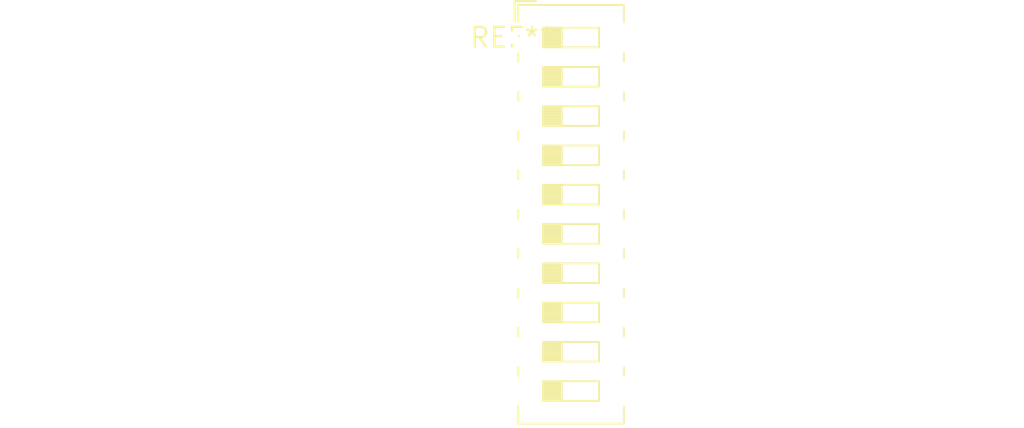
<source format=kicad_pcb>
(kicad_pcb (version 20240108) (generator pcbnew)
  (layers (0 "F.Cu" signal) (31 "B.Cu" signal) (34 "B.Paste" user) (35 "F.Paste" user) (36 "B.SilkS" user "B.Silkscreen") (37 "F.SilkS" user "F.Silkscreen") (38 "B.Mask" user) (39 "F.Mask" user) (44 "Edge.Cuts" user))
  (net 0 "")
  (footprint "SW_DIP_SPSTx10_Slide_6.7x26.96mm_W7.62mm_P2.54mm_LowProfile" (layer "F.Cu") (at 0 0)
    (property "Reference" "REF**")
    (property "Value" "SW_DIP_SPSTx10_Slide_6.7x26.96mm_W7.62mm_P2.54mm_LowProfile")
    (fp_line (start 0.16 -2.35) (end 0.16 -1.04) (layer "F.SilkS") (stroke (width 0.12)))
    (fp_line (start 0.16 -2.35) (end 1.543 -2.35) (layer "F.SilkS") (stroke (width 0.12)))
    (fp_line (start 0.4 -2.11) (end 0.4 -1.04) (layer "F.SilkS") (stroke (width 0.12)))
    (fp_line (start 0.4 -2.11) (end 7.221 -2.11) (layer "F.SilkS") (stroke (width 0.12)))
    (fp_line (start 0.4 1.04) (end 0.4 1.551) (layer "F.SilkS") (stroke (width 0.12)))
    (fp_line (start 0.4 3.53) (end 0.4 4.091) (layer "F.SilkS") (stroke (width 0.12)))
    (fp_line (start 0.4 6.07) (end 0.4 6.631) (layer "F.SilkS") (stroke (width 0.12)))
    (fp_line (start 0.4 8.61) (end 0.4 9.17) (layer "F.SilkS") (stroke (width 0.12)))
    (fp_line (start 0.4 11.15) (end 0.4 11.71) (layer "F.SilkS") (stroke (width 0.12)))
    (fp_line (start 0.4 13.69) (end 0.4 14.25) (layer "F.SilkS") (stroke (width 0.12)))
    (fp_line (start 0.4 16.23) (end 0.4 16.79) (layer "F.SilkS") (stroke (width 0.12)))
    (fp_line (start 0.4 18.77) (end 0.4 19.33) (layer "F.SilkS") (stroke (width 0.12)))
    (fp_line (start 0.4 21.31) (end 0.4 21.87) (layer "F.SilkS") (stroke (width 0.12)))
    (fp_line (start 0.4 23.85) (end 0.4 24.971) (layer "F.SilkS") (stroke (width 0.12)))
    (fp_line (start 0.4 24.971) (end 7.221 24.971) (layer "F.SilkS") (stroke (width 0.12)))
    (fp_line (start 2 -0.635) (end 2 0.635) (layer "F.SilkS") (stroke (width 0.12)))
    (fp_line (start 2 -0.515) (end 3.206667 -0.515) (layer "F.SilkS") (stroke (width 0.12)))
    (fp_line (start 2 -0.395) (end 3.206667 -0.395) (layer "F.SilkS") (stroke (width 0.12)))
    (fp_line (start 2 -0.275) (end 3.206667 -0.275) (layer "F.SilkS") (stroke (width 0.12)))
    (fp_line (start 2 -0.155) (end 3.206667 -0.155) (layer "F.SilkS") (stroke (width 0.12)))
    (fp_line (start 2 -0.035) (end 3.206667 -0.035) (layer "F.SilkS") (stroke (width 0.12)))
    (fp_line (start 2 0.085) (end 3.206667 0.085) (layer "F.SilkS") (stroke (width 0.12)))
    (fp_line (start 2 0.205) (end 3.206667 0.205) (layer "F.SilkS") (stroke (width 0.12)))
    (fp_line (start 2 0.325) (end 3.206667 0.325) (layer "F.SilkS") (stroke (width 0.12)))
    (fp_line (start 2 0.445) (end 3.206667 0.445) (layer "F.SilkS") (stroke (width 0.12)))
    (fp_line (start 2 0.565) (end 3.206667 0.565) (layer "F.SilkS") (stroke (width 0.12)))
    (fp_line (start 2 0.635) (end 5.62 0.635) (layer "F.SilkS") (stroke (width 0.12)))
    (fp_line (start 2 1.905) (end 2 3.175) (layer "F.SilkS") (stroke (width 0.12)))
    (fp_line (start 2 2.025) (end 3.206667 2.025) (layer "F.SilkS") (stroke (width 0.12)))
    (fp_line (start 2 2.145) (end 3.206667 2.145) (layer "F.SilkS") (stroke (width 0.12)))
    (fp_line (start 2 2.265) (end 3.206667 2.265) (layer "F.SilkS") (stroke (width 0.12)))
    (fp_line (start 2 2.385) (end 3.206667 2.385) (layer "F.SilkS") (stroke (width 0.12)))
    (fp_line (start 2 2.505) (end 3.206667 2.505) (layer "F.SilkS") (stroke (width 0.12)))
    (fp_line (start 2 2.625) (end 3.206667 2.625) (layer "F.SilkS") (stroke (width 0.12)))
    (fp_line (start 2 2.745) (end 3.206667 2.745) (layer "F.SilkS") (stroke (width 0.12)))
    (fp_line (start 2 2.865) (end 3.206667 2.865) (layer "F.SilkS") (stroke (width 0.12)))
    (fp_line (start 2 2.985) (end 3.206667 2.985) (layer "F.SilkS") (stroke (width 0.12)))
    (fp_line (start 2 3.105) (end 3.206667 3.105) (layer "F.SilkS") (stroke (width 0.12)))
    (fp_line (start 2 3.175) (end 5.62 3.175) (layer "F.SilkS") (stroke (width 0.12)))
    (fp_line (start 2 4.445) (end 2 5.715) (layer "F.SilkS") (stroke (width 0.12)))
    (fp_line (start 2 4.565) (end 3.206667 4.565) (layer "F.SilkS") (stroke (width 0.12)))
    (fp_line (start 2 4.685) (end 3.206667 4.685) (layer "F.SilkS") (stroke (width 0.12)))
    (fp_line (start 2 4.805) (end 3.206667 4.805) (layer "F.SilkS") (stroke (width 0.12)))
    (fp_line (start 2 4.925) (end 3.206667 4.925) (layer "F.SilkS") (stroke (width 0.12)))
    (fp_line (start 2 5.045) (end 3.206667 5.045) (layer "F.SilkS") (stroke (width 0.12)))
    (fp_line (start 2 5.165) (end 3.206667 5.165) (layer "F.SilkS") (stroke (width 0.12)))
    (fp_line (start 2 5.285) (end 3.206667 5.285) (layer "F.SilkS") (stroke (width 0.12)))
    (fp_line (start 2 5.405) (end 3.206667 5.405) (layer "F.SilkS") (stroke (width 0.12)))
    (fp_line (start 2 5.525) (end 3.206667 5.525) (layer "F.SilkS") (stroke (width 0.12)))
    (fp_line (start 2 5.645) (end 3.206667 5.645) (layer "F.SilkS") (stroke (width 0.12)))
    (fp_line (start 2 5.715) (end 5.62 5.715) (layer "F.SilkS") (stroke (width 0.12)))
    (fp_line (start 2 6.985) (end 2 8.255) (layer "F.SilkS") (stroke (width 0.12)))
    (fp_line (start 2 7.105) (end 3.206667 7.105) (layer "F.SilkS") (stroke (width 0.12)))
    (fp_line (start 2 7.225) (end 3.206667 7.225) (layer "F.SilkS") (stroke (width 0.12)))
    (fp_line (start 2 7.345) (end 3.206667 7.345) (layer "F.SilkS") (stroke (width 0.12)))
    (fp_line (start 2 7.465) (end 3.206667 7.465) (layer "F.SilkS") (stroke (width 0.12)))
    (fp_line (start 2 7.585) (end 3.206667 7.585) (layer "F.SilkS") (stroke (width 0.12)))
    (fp_line (start 2 7.705) (end 3.206667 7.705) (layer "F.SilkS") (stroke (width 0.12)))
    (fp_line (start 2 7.825) (end 3.206667 7.825) (layer "F.SilkS") (stroke (width 0.12)))
    (fp_line (start 2 7.945) (end 3.206667 7.945) (layer "F.SilkS") (stroke (width 0.12)))
    (fp_line (start 2 8.065) (end 3.206667 8.065) (layer "F.SilkS") (stroke (width 0.12)))
    (fp_line (start 2 8.185) (end 3.206667 8.185) (layer "F.SilkS") (stroke (width 0.12)))
    (fp_line (start 2 8.255) (end 5.62 8.255) (layer "F.SilkS") (stroke (width 0.12)))
    (fp_line (start 2 9.525) (end 2 10.795) (layer "F.SilkS") (stroke (width 0.12)))
    (fp_line (start 2 9.645) (end 3.206667 9.645) (layer "F.SilkS") (stroke (width 0.12)))
    (fp_line (start 2 9.765) (end 3.206667 9.765) (layer "F.SilkS") (stroke (width 0.12)))
    (fp_line (start 2 9.885) (end 3.206667 9.885) (layer "F.SilkS") (stroke (width 0.12)))
    (fp_line (start 2 10.005) (end 3.206667 10.005) (layer "F.SilkS") (stroke (width 0.12)))
    (fp_line (start 2 10.125) (end 3.206667 10.125) (layer "F.SilkS") (stroke (width 0.12)))
    (fp_line (start 2 10.245) (end 3.206667 10.245) (layer "F.SilkS") (stroke (width 0.12)))
    (fp_line (start 2 10.365) (end 3.206667 10.365) (layer "F.SilkS") (stroke (width 0.12)))
    (fp_line (start 2 10.485) (end 3.206667 10.485) (layer "F.SilkS") (stroke (width 0.12)))
    (fp_line (start 2 10.605) (end 3.206667 10.605) (layer "F.SilkS") (stroke (width 0.12)))
    (fp_line (start 2 10.725) (end 3.206667 10.725) (layer "F.SilkS") (stroke (width 0.12)))
    (fp_line (start 2 10.795) (end 5.62 10.795) (layer "F.SilkS") (stroke (width 0.12)))
    (fp_line (start 2 12.065) (end 2 13.335) (layer "F.SilkS") (stroke (width 0.12)))
    (fp_line (start 2 12.185) (end 3.206667 12.185) (layer "F.SilkS") (stroke (width 0.12)))
    (fp_line (start 2 12.305) (end 3.206667 12.305) (layer "F.SilkS") (stroke (width 0.12)))
    (fp_line (start 2 12.425) (end 3.206667 12.425) (layer "F.SilkS") (stroke (width 0.12)))
    (fp_line (start 2 12.545) (end 3.206667 12.545) (layer "F.SilkS") (stroke (width 0.12)))
    (fp_line (start 2 12.665) (end 3.206667 12.665) (layer "F.SilkS") (stroke (width 0.12)))
    (fp_line (start 2 12.785) (end 3.206667 12.785) (layer "F.SilkS") (stroke (width 0.12)))
    (fp_line (start 2 12.905) (end 3.206667 12.905) (layer "F.SilkS") (stroke (width 0.12)))
    (fp_line (start 2 13.025) (end 3.206667 13.025) (layer "F.SilkS") (stroke (width 0.12)))
    (fp_line (start 2 13.145) (end 3.206667 13.145) (layer "F.SilkS") (stroke (width 0.12)))
    (fp_line (start 2 13.265) (end 3.206667 13.265) (layer "F.SilkS") (stroke (width 0.12)))
    (fp_line (start 2 13.335) (end 5.62 13.335) (layer "F.SilkS") (stroke (width 0.12)))
    (fp_line (start 2 14.605) (end 2 15.875) (layer "F.SilkS") (stroke (width 0.12)))
    (fp_line (start 2 14.725) (end 3.206667 14.725) (layer "F.SilkS") (stroke (width 0.12)))
    (fp_line (start 2 14.845) (end 3.206667 14.845) (layer "F.SilkS") (stroke (width 0.12)))
    (fp_line (start 2 14.965) (end 3.206667 14.965) (layer "F.SilkS") (stroke (width 0.12)))
    (fp_line (start 2 15.085) (end 3.206667 15.085) (layer "F.SilkS") (stroke (width 0.12)))
    (fp_line (start 2 15.205) (end 3.206667 15.205) (layer "F.SilkS") (stroke (width 0.12)))
    (fp_line (start 2 15.325) (end 3.206667 15.325) (layer "F.SilkS") (stroke (width 0.12)))
    (fp_line (start 2 15.445) (end 3.206667 15.445) (layer "F.SilkS") (stroke (width 0.12)))
    (fp_line (start 2 15.565) (end 3.206667 15.565) (layer "F.SilkS") (stroke (width 0.12)))
    (fp_line (start 2 15.685) (end 3.206667 15.685) (layer "F.SilkS") (stroke (width 0.12)))
    (fp_line (start 2 15.805) (end 3.206667 15.805) (layer "F.SilkS") (stroke (width 0.12)))
    (fp_line (start 2 15.875) (end 5.62 15.875) (layer "F.SilkS") (stroke (width 0.12)))
    (fp_line (start 2 17.145) (end 2 18.415) (layer "F.SilkS") (stroke (width 0.12)))
    (fp_line (start 2 17.265) (end 3.206667 17.265) (layer "F.SilkS") (stroke (width 0.12)))
    (fp_line (start 2 17.385) (end 3.206667 17.385) (layer "F.SilkS") (stroke (width 0.12)))
    (fp_line (start 2 17.505) (end 3.206667 17.505) (layer "F.SilkS") (stroke (width 0.12)))
    (fp_line (start 2 17.625) (end 3.206667 17.625) (layer "F.SilkS") (stroke (width 0.12)))
    (fp_line (start 2 17.745) (end 3.206667 17.745) (layer "F.SilkS") (stroke (width 0.12)))
    (fp_line (start 2 17.865) (end 3.206667 17.865) (layer "F.SilkS") (stroke (width 0.12)))
    (fp_line (start 2 17.985) (end 3.206667 17.985) (layer "F.SilkS") (stroke (width 0.12)))
    (fp_line (start 2 18.105) (end 3.206667 18.105) (layer "F.SilkS") (stroke (width 0.12)))
    (fp_line (start 2 18.225) (end 3.206667 18.225) (layer "F.SilkS") (stroke (width 0.12)))
    (fp_line (start 2 18.345) (end 3.206667 18.345) (layer "F.SilkS") (stroke (width 0.12)))
    (fp_line (start 2 18.415) (end 5.62 18.415) (layer "F.SilkS") (stroke (width 0.12)))
    (fp_line (start 2 19.685) (end 2 20.955) (layer "F.SilkS") (stroke (width 0.12)))
    (fp_line (start 2 19.805) (end 3.206667 19.805) (layer "F.SilkS") (stroke (width 0.12)))
    (fp_line (start 2 19.925) (end 3.206667 19.925) (layer "F.SilkS") (stroke (width 0.12)))
    (fp_line (start 2 20.045) (end 3.206667 20.045) (layer "F.SilkS") (stroke (width 0.12)))
    (fp_line (start 2 20.165) (end 3.206667 20.165) (layer "F.SilkS") (stroke (width 0.12)))
    (fp_line (start 2 20.285) (end 3.206667 20.285) (layer "F.SilkS") (stroke (width 0.12)))
    (fp_line (start 2 20.405) (end 3.206667 20.405) (layer "F.SilkS") (stroke (width 0.12)))
    (fp_line (start 2 20.525) (end 3.206667 20.525) (layer "F.SilkS") (stroke (width 0.12)))
    (fp_line (start 2 20.645) (end 3.206667 20.645) (layer "F.SilkS") (stroke (width 0.12)))
    (fp_line (start 2 20.765) (end 3.206667 20.765) (layer "F.SilkS") (stroke (width 0.12)))
    (fp_line (start 2 20.885) (end 3.206667 20.885) (layer "F.SilkS") (stroke (width 0.12)))
    (fp_line (start 2 20.955) (end 5.62 20.955) (layer "F.SilkS") (stroke (width 0.12)))
    (fp_line (start 2 22.225) (end 2 23.495) (layer "F.SilkS") (stroke (width 0.12)))
    (fp_line (start 2 22.345) (end 3.206667 22.345) (layer "F.SilkS") (stroke (width 0.12)))
    (fp_line (start 2 22.465) (end 3.206667 22.465) (layer "F.SilkS") (stroke (width 0.12)))
    (fp_line (start 2 22.585) (end 3.206667 22.585) (layer "F.SilkS") (stroke (width 0.12)))
    (fp_line (start 2 22.705) (end 3.206667 22.705) (layer "F.SilkS") (stroke (width 0.12)))
    (fp_line (start 2 22.825) (end 3.206667 22.825) (layer "F.SilkS") (stroke (width 0.12)))
    (fp_line (start 2 22.945) (end 3.206667 22.945) (layer "F.SilkS") (stroke (width 0.12)))
    (fp_line (start 2 23.065) (end 3.206667 23.065) (layer "F.SilkS") (stroke (width 0.12)))
    (fp_line (start 2 23.185) (end 3.206667 23.185) (layer "F.SilkS") (stroke (width 0.12)))
    (fp_line (start 2 23.305) (end 3.206667 23.305) (layer "F.SilkS") (stroke (width 0.12)))
    (fp_line (start 2 23.425) (end 3.206667 23.425) (layer "F.SilkS") (stroke (width 0.12)))
    (fp_line (start 2 23.495) (end 5.62 23.495) (layer "F.SilkS") (stroke (width 0.12)))
    (fp_line (start 3.206667 -0.635) (end 3.206667 0.635) (layer "F.SilkS") (stroke (width 0.12)))
    (fp_line (start 3.206667 1.905) (end 3.206667 3.175) (layer "F.SilkS") (stroke (width 0.12)))
    (fp_line (start 3.206667 4.445) (end 3.206667 5.715) (layer "F.SilkS") (stroke (width 0.12)))
    (fp_line (start 3.206667 6.985) (end 3.206667 8.255) (layer "F.SilkS") (stroke (width 0.12)))
    (fp_line (start 3.206667 9.525) (end 3.206667 10.795) (layer "F.SilkS") (stroke (width 0.12)))
    (fp_line (start 3.206667 12.065) (end 3.206667 13.335) (layer "F.SilkS") (stroke (width 0.12)))
    (fp_line (start 3.206667 14.605) (end 3.206667 15.875) (layer "F.SilkS") (stroke (width 0.12)))
    (fp_line (start 3.206667 17.145) (end 3.206667 18.415) (layer "F.SilkS") (stroke (width 0.12)))
    (fp_line (start 3.206667 19.685) (end 3.206667 20.955) (layer "F.SilkS") (stroke (width 0.12)))
    (fp_line (start 3.206667 22.225) (end 3.206667 23.495) (layer "F.SilkS") (stroke (width 0.12)))
    (fp_line (start 5.62 -0.635) (end 2 -0.635) (layer "F.SilkS") (stroke (width 0.12)))
    (fp_line (start 5.62 0.635) (end 5.62 -0.635) (layer "F.SilkS") (stroke (width 0.12)))
    (fp_line (start 5.62 1.905) (end 2 1.905) (layer "F.SilkS") (stroke (width 0.12)))
    (fp_line (start 5.62 3.175) (end 5.62 1.905) (layer "F.SilkS") (stroke (width 0.12)))
    (fp_line (start 5.62 4.445) (end 2 4.445) (layer "F.SilkS") (stroke (width 0.12)))
    (fp_line (start 5.62 5.715) (end 5.62 4.445) (layer "F.SilkS") (stroke (width 0.12)))
    (fp_line (start 5.62 6.985) (end 2 6.985) (layer "F.SilkS") (stroke (width 0.12)))
    (fp_line (start 5.62 8.255) (end 5.62 6.985) (layer "F.SilkS") (stroke (width 0.12)))
    (fp_line (start 5.62 9.525) (end 2 9.525) (layer "F.SilkS") (stroke (width 0.12)))
    (fp_line (start 5.62 10.795) (end 5.62 9.525) (layer "F.SilkS") (stroke (width 0.12)))
    (fp_line (start 5.62 12.065) (end 2 12.065) (layer "F.SilkS") (stroke (width 0.12)))
    (fp_line (start 5.62 13.335) (end 5.62 12.065) (layer "F.SilkS") (stroke (width 0.12)))
    (fp_line (start 5.62 14.605) (end 2 14.605) (layer "F.SilkS") (stroke (width 0.12)))
    (fp_line (start 5.62 15.875) (end 5.62 14.605) (layer "F.SilkS") (stroke (width 0.12)))
    (fp_line (start 5.62 17.145) (end 2 17.145) (layer "F.SilkS") (stroke (width 0.12)))
    (fp_line (start 5.62 18.415) (end 5.62 17.145) (layer "F.SilkS") (stroke (width 0.12)))
    (fp_line (start 5.62 19.685) (end 2 19.685) (layer "F.SilkS") (stroke (width 0.12)))
    (fp_line (start 5.62 20.955) (end 5.62 19.685) (layer "F.SilkS") (stroke (width 0.12)))
    (fp_line (start 5.62 22.225) (end 2 22.225) (layer "F.SilkS") (stroke (width 0.12)))
    (fp_line (start 5.62 23.495) (end 5.62 22.225) (layer "F.SilkS") (stroke (width 0.12)))
    (fp_line (start 7.221 -2.11) (end 7.221 -0.99) (layer "F.SilkS") (stroke (width 0.12)))
    (fp_line (start 7.221 0.991) (end 7.221 1.551) (layer "F.SilkS") (stroke (width 0.12)))
    (fp_line (start 7.221 3.531) (end 7.221 4.091) (layer "F.SilkS") (stroke (width 0.12)))
    (fp_line (start 7.221 6.071) (end 7.221 6.631) (layer "F.SilkS") (stroke (width 0.12)))
    (fp_line (start 7.221 8.611) (end 7.221 9.171) (layer "F.SilkS") (stroke (width 0.12)))
    (fp_line (start 7.221 11.151) (end 7.221 11.711) (layer "F.SilkS") (stroke (width 0.12)))
    (fp_line (start 7.221 13.691) (end 7.221 14.251) (layer "F.SilkS") (stroke (width 0.12)))
    (fp_line (start 7.221 16.231) (end 7.221 16.79) (layer "F.SilkS") (stroke (width 0.12)))
    (fp_line (start 7.221 18.771) (end 7.221 19.33) (layer "F.SilkS") (stroke (width 0.12)))
    (fp_line (start 7.221 21.311) (end 7.221 21.87) (layer "F.SilkS") (stroke (width 0.12)))
    (fp_line (start 7.221 23.85) (end 7.221 24.971) (layer "F.SilkS") (stroke (width 0.12)))
    (pad "1" thru_hole rect (at 0 0) (size 1.6 1.6) (drill 0.8) (layers *.Cu *.Mask) (remove_unused_layers))
    (pad "2" thru_hole oval (at 0 2.54) (size 1.6 1.6) (drill 0.8) (layers *.Cu *.Mask) (remove_unused_layers))
    (pad "3" thru_hole oval (at 0 5.08) (size 1.6 1.6) (drill 0.8) (layers *.Cu *.Mask) (remove_unused_layers))
    (pad "4" thru_hole oval (at 0 7.62) (size 1.6 1.6) (drill 0.8) (layers *.Cu *.Mask) (remove_unused_layers))
    (pad "5" thru_hole oval (at 0 10.16) (size 1.6 1.6) (drill 0.8) (layers *.Cu *.Mask) (remove_unused_layers))
    (pad "6" thru_hole oval (at 0 12.7) (size 1.6 1.6) (drill 0.8) (layers *.Cu *.Mask) (remove_unused_layers))
    (pad "7" thru_hole oval (at 0 15.24) (size 1.6 1.6) (drill 0.8) (layers *.Cu *.Mask) (remove_unused_layers))
    (pad "8" thru_hole oval (at 0 17.78) (size 1.6 1.6) (drill 0.8) (layers *.Cu *.Mask) (remove_unused_layers))
    (pad "9" thru_hole oval (at 0 20.32) (size 1.6 1.6) (drill 0.8) (layers *.Cu *.Mask) (remove_unused_layers))
    (pad "10" thru_hole oval (at 0 22.86) (size 1.6 1.6) (drill 0.8) (layers *.Cu *.Mask) (remove_unused_layers))
    (pad "11" thru_hole oval (at 7.62 22.86) (size 1.6 1.6) (drill 0.8) (layers *.Cu *.Mask) (remove_unused_layers))
    (pad "12" thru_hole oval (at 7.62 20.32) (size 1.6 1.6) (drill 0.8) (layers *.Cu *.Mask) (remove_unused_layers))
    (pad "13" thru_hole oval (at 7.62 17.78) (size 1.6 1.6) (drill 0.8) (layers *.Cu *.Mask) (remove_unused_layers))
    (pad "14" thru_hole oval (at 7.62 15.24) (size 1.6 1.6) (drill 0.8) (layers *.Cu *.Mask) (remove_unused_layers))
    (pad "15" thru_hole oval (at 7.62 12.7) (size 1.6 1.6) (drill 0.8) (layers *.Cu *.Mask) (remove_unused_layers))
    (pad "16" thru_hole oval (at 7.62 10.16) (size 1.6 1.6) (drill 0.8) (layers *.Cu *.Mask) (remove_unused_layers))
    (pad "17" thru_hole oval (at 7.62 7.62) (size 1.6 1.6) (drill 0.8) (layers *.Cu *.Mask) (remove_unused_layers))
    (pad "18" thru_hole oval (at 7.62 5.08) (size 1.6 1.6) (drill 0.8) (layers *.Cu *.Mask) (remove_unused_layers))
    (pad "19" thru_hole oval (at 7.62 2.54) (size 1.6 1.6) (drill 0.8) (layers *.Cu *.Mask) (remove_unused_layers))
    (pad "20" thru_hole oval (at 7.62 0) (size 1.6 1.6) (drill 0.8) (layers *.Cu *.Mask) (remove_unused_layers))
  )
)
</source>
